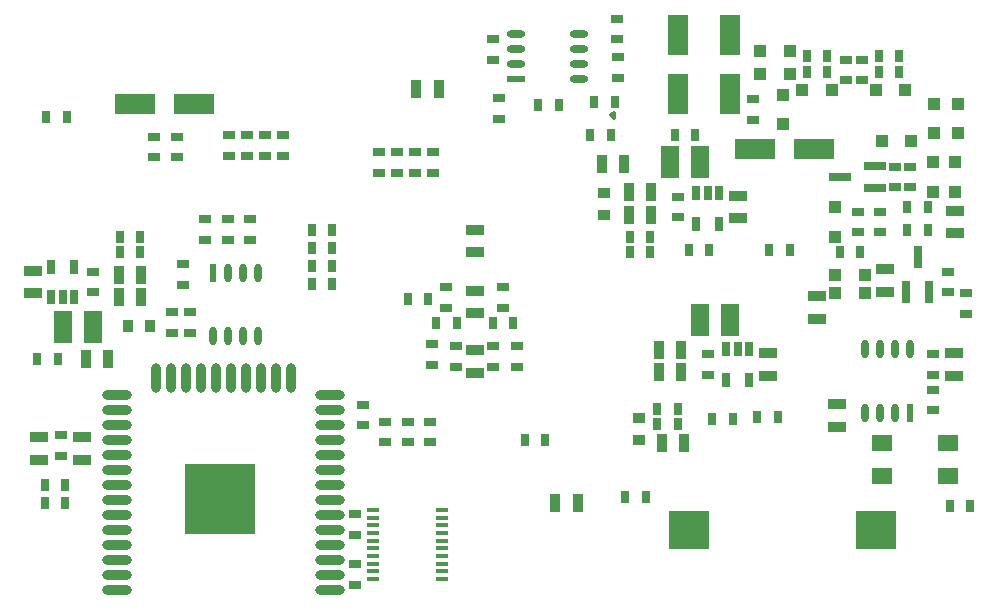
<source format=gbp>
G04 #@! TF.GenerationSoftware,KiCad,Pcbnew,5.0.0-rc2-dev-unknown+dfsg1+20180318-2*
G04 #@! TF.CreationDate,2018-06-03T18:47:03+02:00*
G04 #@! TF.ProjectId,ulx3s,756C7833732E6B696361645F70636200,rev?*
G04 #@! TF.SameCoordinates,Original*
G04 #@! TF.FileFunction,Paste,Bot*
G04 #@! TF.FilePolarity,Positive*
%FSLAX46Y46*%
G04 Gerber Fmt 4.6, Leading zero omitted, Abs format (unit mm)*
G04 Created by KiCad (PCBNEW 5.0.0-rc2-dev-unknown+dfsg1+20180318-2) date Sun Jun  3 18:47:03 2018*
%MOMM*%
%LPD*%
G01*
G04 APERTURE LIST*
%ADD10C,0.350000*%
%ADD11R,0.700000X1.200000*%
%ADD12R,1.000000X0.400000*%
%ADD13R,3.500000X3.300000*%
%ADD14R,0.600000X1.550000*%
%ADD15O,0.600000X1.550000*%
%ADD16O,2.500000X0.900000*%
%ADD17O,0.900000X2.500000*%
%ADD18R,6.000000X6.000000*%
%ADD19R,1.800000X1.400000*%
%ADD20R,0.970000X1.500000*%
%ADD21R,1.500000X0.970000*%
%ADD22R,0.670000X1.000000*%
%ADD23R,1.000000X0.670000*%
%ADD24R,1.000000X1.000000*%
%ADD25R,0.800000X1.900000*%
%ADD26R,1.900000X0.800000*%
%ADD27R,3.500000X1.800000*%
%ADD28R,1.800000X3.500000*%
%ADD29R,1.000000X0.845000*%
%ADD30R,0.845000X1.000000*%
%ADD31R,1.550000X0.600000*%
%ADD32O,1.550000X0.600000*%
%ADD33R,1.500000X2.700000*%
G04 APERTURE END LIST*
D10*
X150296000Y-71062000D02*
X150046000Y-70812000D01*
X150046000Y-70812000D02*
X150296000Y-70562000D01*
X150296000Y-70562000D02*
X150296000Y-71062000D01*
D11*
X159825000Y-90600000D03*
X160775000Y-90600000D03*
X161725000Y-90600000D03*
X161725000Y-93200000D03*
X159825000Y-93200000D03*
X104575000Y-86215000D03*
X103625000Y-86215000D03*
X102675000Y-86215000D03*
X102675000Y-83615000D03*
X104575000Y-83615000D03*
X157285000Y-77392000D03*
X158235000Y-77392000D03*
X159185000Y-77392000D03*
X159185000Y-79992000D03*
X157285000Y-79992000D03*
D12*
X135735000Y-104215000D03*
X135735000Y-104865000D03*
X135735000Y-105515000D03*
X135735000Y-106165000D03*
X135735000Y-106815000D03*
X135735000Y-107465000D03*
X135735000Y-108115000D03*
X135735000Y-108765000D03*
X135735000Y-109415000D03*
X135735000Y-110065000D03*
X129935000Y-110065000D03*
X129935000Y-109415000D03*
X129935000Y-108765000D03*
X129935000Y-108115000D03*
X129935000Y-107465000D03*
X129935000Y-106815000D03*
X129935000Y-106165000D03*
X129935000Y-105515000D03*
X129935000Y-104865000D03*
X129935000Y-104215000D03*
D13*
X172485000Y-105870000D03*
X156685000Y-105870000D03*
D14*
X175395000Y-96015000D03*
D15*
X174125000Y-96015000D03*
X172855000Y-96015000D03*
X171585000Y-96015000D03*
X171585000Y-90615000D03*
X172855000Y-90615000D03*
X174125000Y-90615000D03*
X175395000Y-90615000D03*
D14*
X116325000Y-84120000D03*
D15*
X117595000Y-84120000D03*
X118865000Y-84120000D03*
X120135000Y-84120000D03*
X120135000Y-89520000D03*
X118865000Y-89520000D03*
X117595000Y-89520000D03*
X116325000Y-89520000D03*
D16*
X126230000Y-111000000D03*
X126230000Y-109730000D03*
X126230000Y-108460000D03*
X126230000Y-107190000D03*
X126230000Y-105920000D03*
X126230000Y-104650000D03*
X126230000Y-103380000D03*
X126230000Y-102110000D03*
X126230000Y-100840000D03*
X126230000Y-99570000D03*
X126230000Y-98300000D03*
X126230000Y-97030000D03*
X126230000Y-95760000D03*
X126230000Y-94490000D03*
D17*
X122945000Y-93000000D03*
X121675000Y-93000000D03*
X120405000Y-93000000D03*
X119135000Y-93000000D03*
X117865000Y-93000000D03*
X116595000Y-93000000D03*
X115325000Y-93000000D03*
X114055000Y-93000000D03*
X112785000Y-93000000D03*
X111515000Y-93000000D03*
D16*
X108230000Y-94490000D03*
X108230000Y-95760000D03*
X108230000Y-97030000D03*
X108230000Y-98300000D03*
X108230000Y-99570000D03*
X108230000Y-100840000D03*
X108230000Y-102110000D03*
X108230000Y-103380000D03*
X108230000Y-104650000D03*
X108230000Y-105920000D03*
X108230000Y-107190000D03*
X108230000Y-108460000D03*
X108230000Y-109730000D03*
X108230000Y-111000000D03*
D18*
X116930000Y-103300000D03*
D19*
X178576000Y-98522000D03*
X172976000Y-98522000D03*
X172976000Y-101322000D03*
X178576000Y-101322000D03*
D20*
X133546000Y-68550000D03*
X135456000Y-68550000D03*
D21*
X101085000Y-83960000D03*
X101085000Y-85870000D03*
D22*
X153985000Y-96910000D03*
X155735000Y-96910000D03*
D20*
X156015000Y-90630000D03*
X154105000Y-90630000D03*
X154105000Y-92535000D03*
X156015000Y-92535000D03*
D21*
X163315000Y-90945000D03*
X163315000Y-92855000D03*
D22*
X151645000Y-82375000D03*
X153395000Y-82375000D03*
D20*
X153475000Y-79200000D03*
X151565000Y-79200000D03*
X153475000Y-77295000D03*
X151565000Y-77295000D03*
D21*
X160775000Y-79520000D03*
X160775000Y-77610000D03*
D22*
X108465000Y-81105000D03*
X110215000Y-81105000D03*
D20*
X108385000Y-84280000D03*
X110295000Y-84280000D03*
X110295000Y-86185000D03*
X108385000Y-86185000D03*
D21*
X173221000Y-83833000D03*
X173221000Y-85743000D03*
D23*
X175380000Y-76900000D03*
X175380000Y-75150000D03*
D21*
X105276000Y-99967000D03*
X105276000Y-98057000D03*
X167506000Y-88029000D03*
X167506000Y-86119000D03*
X138500000Y-90665000D03*
X138500000Y-92575000D03*
D23*
X150589600Y-64359000D03*
X150589600Y-62609000D03*
D21*
X138500000Y-82375000D03*
X138500000Y-80465000D03*
X138500000Y-87575000D03*
X138500000Y-85665000D03*
X101593000Y-99967000D03*
X101593000Y-98057000D03*
D20*
X154359000Y-98504000D03*
X156269000Y-98504000D03*
X105591000Y-91392000D03*
X107501000Y-91392000D03*
X151189000Y-74882000D03*
X149279000Y-74882000D03*
D23*
X140900000Y-87095000D03*
X140900000Y-85345000D03*
X136100000Y-87095000D03*
X136100000Y-85345000D03*
X136900000Y-92095000D03*
X136900000Y-90345000D03*
X140100000Y-90345000D03*
X140100000Y-92095000D03*
X142100000Y-92095000D03*
X142100000Y-90345000D03*
X134900000Y-90145000D03*
X134900000Y-91895000D03*
D22*
X135225000Y-88420000D03*
X136975000Y-88420000D03*
X140025000Y-88420000D03*
X141775000Y-88420000D03*
X163425000Y-82220000D03*
X165175000Y-82220000D03*
X158375000Y-82220000D03*
X156625000Y-82220000D03*
D23*
X177300000Y-94025000D03*
X177300000Y-95775000D03*
D20*
X145342000Y-103584000D03*
X147252000Y-103584000D03*
D22*
X103995000Y-70963000D03*
X102245000Y-70963000D03*
X103245000Y-91410000D03*
X101495000Y-91410000D03*
D23*
X180094000Y-87586000D03*
X180094000Y-85836000D03*
D22*
X180473000Y-103856000D03*
X178723000Y-103856000D03*
X158645000Y-96490000D03*
X160395000Y-96490000D03*
X132827200Y-86330000D03*
X134577200Y-86330000D03*
D21*
X169172000Y-95281000D03*
X169172000Y-97191000D03*
X179190000Y-80790000D03*
X179190000Y-78880000D03*
D24*
X169050000Y-84280000D03*
X171550000Y-84280000D03*
X169030000Y-78585000D03*
X169030000Y-81085000D03*
X171550000Y-85804000D03*
X169050000Y-85804000D03*
X179190000Y-74775000D03*
X179190000Y-77275000D03*
X177285000Y-77275000D03*
X177285000Y-74775000D03*
X172987000Y-72977000D03*
X175487000Y-72977000D03*
X164585000Y-69060000D03*
X164585000Y-71560000D03*
X168756000Y-68659000D03*
X166256000Y-68659000D03*
X174979000Y-68659000D03*
X172479000Y-68659000D03*
X165200000Y-67262000D03*
X162700000Y-67262000D03*
X162700000Y-65357000D03*
X165200000Y-65357000D03*
X177412000Y-72322000D03*
X177412000Y-69822000D03*
X179444000Y-69822000D03*
X179444000Y-72322000D03*
D25*
X176015000Y-82780000D03*
X175065000Y-85780000D03*
X176965000Y-85780000D03*
D26*
X172435000Y-75075000D03*
X172435000Y-76975000D03*
X169435000Y-76025000D03*
D27*
X114761000Y-69802000D03*
X109761000Y-69802000D03*
X167212000Y-73612000D03*
X162212000Y-73612000D03*
D28*
X155695000Y-69000000D03*
X155695000Y-64000000D03*
X160140000Y-69000000D03*
X160140000Y-64000000D03*
D23*
X113277000Y-74360000D03*
X113277000Y-72610000D03*
X111372000Y-72610000D03*
X111372000Y-74360000D03*
D22*
X155455000Y-72487000D03*
X157205000Y-72487000D03*
D23*
X171316000Y-66090000D03*
X171316000Y-67840000D03*
X169919000Y-67840000D03*
X169919000Y-66090000D03*
D22*
X174477000Y-65738000D03*
X172727000Y-65738000D03*
D23*
X128390000Y-106321000D03*
X128390000Y-104571000D03*
X117722000Y-72483000D03*
X117722000Y-74233000D03*
X119246000Y-74233000D03*
X119246000Y-72483000D03*
X120770000Y-72483000D03*
X120770000Y-74233000D03*
X122294000Y-74233000D03*
X122294000Y-72483000D03*
D22*
X145655000Y-69900000D03*
X143905000Y-69900000D03*
D29*
X152393000Y-96398500D03*
X152393000Y-98323500D03*
D30*
X111064500Y-88598000D03*
X109139500Y-88598000D03*
D29*
X149472000Y-77348500D03*
X149472000Y-79273500D03*
D22*
X166631000Y-65738000D03*
X168381000Y-65738000D03*
D23*
X134740000Y-96740000D03*
X134740000Y-98490000D03*
D31*
X141980000Y-67706500D03*
D32*
X141980000Y-66436500D03*
X141980000Y-65166500D03*
X141980000Y-63896500D03*
X147380000Y-63896500D03*
X147380000Y-65166500D03*
X147380000Y-66436500D03*
X147380000Y-67706500D03*
D21*
X179078000Y-90963000D03*
X179078000Y-92873000D03*
D23*
X177300000Y-92793000D03*
X177300000Y-91043000D03*
D33*
X160140000Y-88090000D03*
X157600000Y-88090000D03*
X103625000Y-88725000D03*
X106165000Y-88725000D03*
X155060000Y-74755000D03*
X157600000Y-74755000D03*
D22*
X171175000Y-82375000D03*
X169425000Y-82375000D03*
D23*
X172840000Y-78960000D03*
X172840000Y-80710000D03*
X162045000Y-71185000D03*
X162045000Y-69435000D03*
D22*
X176890000Y-80470000D03*
X175140000Y-80470000D03*
D23*
X174110000Y-75150000D03*
X174110000Y-76900000D03*
X178555000Y-85790000D03*
X178555000Y-84040000D03*
X113785000Y-85155000D03*
X113785000Y-83405000D03*
X170935000Y-80710000D03*
X170935000Y-78960000D03*
X128390000Y-110555000D03*
X128390000Y-108805000D03*
D22*
X151264000Y-103076000D03*
X153014000Y-103076000D03*
D23*
X119500000Y-81345000D03*
X119500000Y-79595000D03*
X114420000Y-89219000D03*
X114420000Y-87469000D03*
D22*
X175140000Y-78565000D03*
X176890000Y-78565000D03*
X124721000Y-85060000D03*
X126471000Y-85060000D03*
X126471000Y-83536000D03*
X124721000Y-83536000D03*
X124721000Y-82012000D03*
X126471000Y-82012000D03*
X126471000Y-80470000D03*
X124721000Y-80470000D03*
D23*
X130422000Y-73898000D03*
X130422000Y-75648000D03*
X131961000Y-73898000D03*
X131961000Y-75648000D03*
X133485000Y-73898000D03*
X133485000Y-75648000D03*
X135009000Y-75648000D03*
X135009000Y-73898000D03*
X140025500Y-66105000D03*
X140025500Y-64355000D03*
X140597000Y-71076000D03*
X140597000Y-69326000D03*
X150615000Y-67647000D03*
X150615000Y-65897000D03*
D22*
X148300000Y-72487000D03*
X150050000Y-72487000D03*
X150362000Y-69693000D03*
X148612000Y-69693000D03*
D23*
X129025000Y-95300000D03*
X129025000Y-97050000D03*
X117595000Y-79595000D03*
X117595000Y-81345000D03*
X112896000Y-89219000D03*
X112896000Y-87469000D03*
X115690000Y-79595000D03*
X115690000Y-81345000D03*
D22*
X142755000Y-98250000D03*
X144505000Y-98250000D03*
D23*
X132835000Y-98490000D03*
X132835000Y-96740000D03*
X130930000Y-96740000D03*
X130930000Y-98490000D03*
D22*
X102115000Y-103600000D03*
X103865000Y-103600000D03*
X102115000Y-102060000D03*
X103865000Y-102060000D03*
D23*
X103498000Y-99633000D03*
X103498000Y-97883000D03*
D22*
X164190000Y-96345000D03*
X162440000Y-96345000D03*
X168381000Y-67135000D03*
X166631000Y-67135000D03*
X174475000Y-67120000D03*
X172725000Y-67120000D03*
X153985000Y-95640000D03*
X155735000Y-95640000D03*
X110215000Y-82375000D03*
X108465000Y-82375000D03*
X151645000Y-81105000D03*
X153395000Y-81105000D03*
D23*
X158235000Y-92775000D03*
X158235000Y-91025000D03*
X106165000Y-85790000D03*
X106165000Y-84040000D03*
X155695000Y-79440000D03*
X155695000Y-77690000D03*
M02*

</source>
